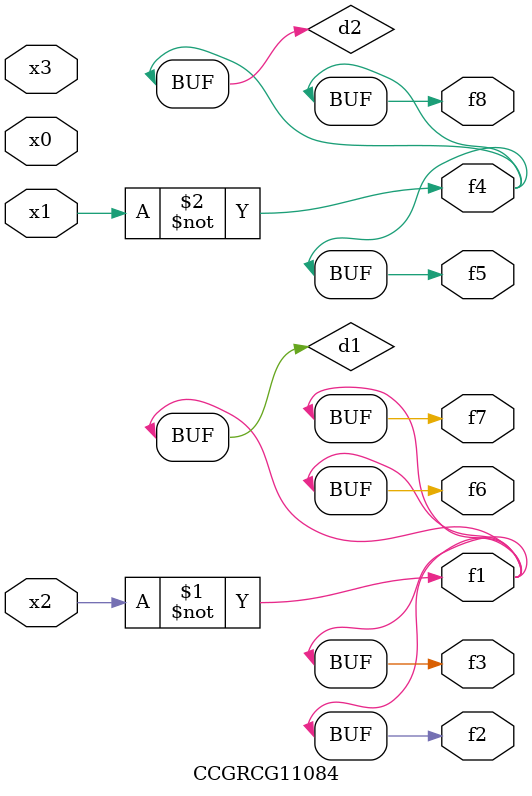
<source format=v>
module CCGRCG11084(
	input x0, x1, x2, x3,
	output f1, f2, f3, f4, f5, f6, f7, f8
);

	wire d1, d2;

	xnor (d1, x2);
	not (d2, x1);
	assign f1 = d1;
	assign f2 = d1;
	assign f3 = d1;
	assign f4 = d2;
	assign f5 = d2;
	assign f6 = d1;
	assign f7 = d1;
	assign f8 = d2;
endmodule

</source>
